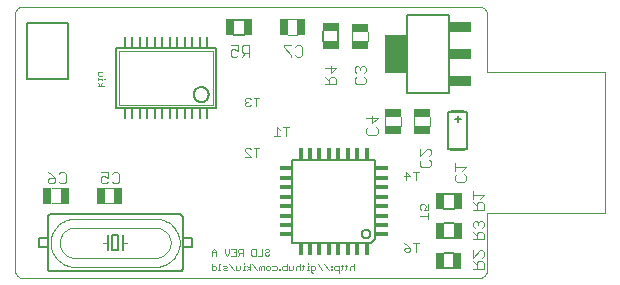
<source format=gbo>
G75*
G70*
%OFA0B0*%
%FSLAX24Y24*%
%IPPOS*%
%LPD*%
%AMOC8*
5,1,8,0,0,1.08239X$1,22.5*
%
%ADD10C,0.0000*%
%ADD11C,0.0020*%
%ADD12C,0.0040*%
%ADD13C,0.0060*%
%ADD14R,0.0180X0.0390*%
%ADD15R,0.0390X0.0180*%
%ADD16R,0.0295X0.0571*%
%ADD17C,0.0030*%
%ADD18R,0.0256X0.0551*%
%ADD19R,0.0571X0.0295*%
%ADD20C,0.0050*%
%ADD21R,0.0080X0.0330*%
%ADD22R,0.0551X0.0256*%
%ADD23C,0.0080*%
%ADD24R,0.0730X0.1260*%
%ADD25R,0.0730X0.0340*%
D10*
X000625Y000347D02*
X015816Y000347D01*
X015847Y000349D01*
X015878Y000354D01*
X015908Y000363D01*
X015937Y000375D01*
X015964Y000390D01*
X015989Y000408D01*
X016013Y000428D01*
X016033Y000452D01*
X016051Y000477D01*
X016066Y000504D01*
X016078Y000533D01*
X016087Y000563D01*
X016092Y000594D01*
X016094Y000625D01*
X016095Y000625D02*
X016095Y002512D01*
X020032Y002512D01*
X020032Y007237D01*
X016095Y007237D01*
X016095Y009124D01*
X016094Y009124D02*
X016092Y009155D01*
X016087Y009186D01*
X016078Y009216D01*
X016066Y009245D01*
X016051Y009272D01*
X016033Y009297D01*
X016013Y009321D01*
X015989Y009341D01*
X015964Y009359D01*
X015937Y009374D01*
X015908Y009386D01*
X015878Y009395D01*
X015847Y009400D01*
X015816Y009402D01*
X000625Y009402D01*
X000594Y009400D01*
X000563Y009395D01*
X000533Y009386D01*
X000504Y009374D01*
X000477Y009359D01*
X000452Y009341D01*
X000428Y009321D01*
X000408Y009297D01*
X000390Y009272D01*
X000375Y009245D01*
X000363Y009216D01*
X000354Y009186D01*
X000349Y009155D01*
X000347Y009124D01*
X000347Y000625D01*
X000349Y000594D01*
X000354Y000563D01*
X000363Y000533D01*
X000375Y000504D01*
X000390Y000477D01*
X000408Y000452D01*
X000428Y000428D01*
X000452Y000408D01*
X000477Y000390D01*
X000504Y000375D01*
X000533Y000363D01*
X000563Y000354D01*
X000594Y000349D01*
X000625Y000347D01*
D11*
X002343Y000728D02*
X005043Y000728D01*
X005043Y001028D02*
X002343Y001028D01*
X002305Y001029D01*
X002268Y001034D01*
X002231Y001041D01*
X002195Y001050D01*
X002159Y001063D01*
X002125Y001078D01*
X001682Y001978D02*
X001714Y002023D01*
X001750Y002065D01*
X001789Y002105D01*
X001831Y002142D01*
X001874Y002176D01*
X001921Y002207D01*
X001969Y002235D01*
X002019Y002259D01*
X002070Y002280D01*
X002123Y002297D01*
X002177Y002311D01*
X002232Y002320D01*
X002287Y002326D01*
X002343Y002328D01*
X005043Y002328D01*
X005043Y002028D02*
X002343Y002028D01*
X001682Y001978D02*
X001652Y001930D01*
X001625Y001881D01*
X001602Y001830D01*
X001583Y001777D01*
X001567Y001723D01*
X001555Y001668D01*
X001547Y001612D01*
X001543Y001556D01*
X001543Y001500D01*
X001547Y001444D01*
X001555Y001388D01*
X001567Y001333D01*
X001583Y001279D01*
X001602Y001226D01*
X001625Y001175D01*
X001652Y001126D01*
X001682Y001078D01*
X002125Y001978D02*
X002159Y001993D01*
X002195Y002006D01*
X002231Y002015D01*
X002268Y002022D01*
X002305Y002027D01*
X002343Y002028D01*
X002125Y001978D02*
X002087Y001958D01*
X002051Y001934D01*
X002017Y001907D01*
X001986Y001878D01*
X001957Y001846D01*
X001931Y001812D01*
X001908Y001775D01*
X001889Y001737D01*
X001872Y001697D01*
X001860Y001656D01*
X001850Y001614D01*
X001845Y001571D01*
X001843Y001528D01*
X001845Y001485D01*
X001850Y001442D01*
X001860Y001400D01*
X001872Y001359D01*
X001889Y001319D01*
X001908Y001281D01*
X001931Y001244D01*
X001957Y001210D01*
X001986Y001178D01*
X002017Y001149D01*
X002051Y001122D01*
X002087Y001098D01*
X002125Y001078D01*
X002343Y000728D02*
X002287Y000730D01*
X002232Y000736D01*
X002177Y000745D01*
X002123Y000759D01*
X002070Y000776D01*
X002019Y000797D01*
X001969Y000821D01*
X001921Y000849D01*
X001874Y000880D01*
X001830Y000914D01*
X001789Y000951D01*
X001750Y000991D01*
X001714Y001033D01*
X001682Y001078D01*
X003293Y001528D02*
X003443Y001528D01*
X003943Y001528D02*
X004093Y001528D01*
X005043Y002328D02*
X005099Y002326D01*
X005154Y002320D01*
X005209Y002311D01*
X005263Y002297D01*
X005316Y002280D01*
X005367Y002259D01*
X005417Y002235D01*
X005465Y002207D01*
X005512Y002176D01*
X005556Y002142D01*
X005597Y002105D01*
X005636Y002065D01*
X005672Y002023D01*
X005704Y001978D01*
X005704Y001078D02*
X005672Y001033D01*
X005636Y000991D01*
X005597Y000951D01*
X005555Y000914D01*
X005512Y000880D01*
X005465Y000849D01*
X005417Y000821D01*
X005367Y000797D01*
X005316Y000776D01*
X005263Y000759D01*
X005209Y000745D01*
X005154Y000736D01*
X005099Y000730D01*
X005043Y000728D01*
X005043Y001028D02*
X005081Y001029D01*
X005118Y001034D01*
X005155Y001041D01*
X005191Y001050D01*
X005227Y001063D01*
X005261Y001078D01*
X005261Y001978D02*
X005227Y001993D01*
X005191Y002006D01*
X005155Y002015D01*
X005118Y002022D01*
X005081Y002027D01*
X005043Y002028D01*
X005704Y001978D02*
X005734Y001930D01*
X005761Y001881D01*
X005784Y001830D01*
X005803Y001777D01*
X005819Y001723D01*
X005831Y001668D01*
X005839Y001612D01*
X005843Y001556D01*
X005843Y001500D01*
X005839Y001444D01*
X005831Y001388D01*
X005819Y001333D01*
X005803Y001279D01*
X005784Y001226D01*
X005761Y001175D01*
X005734Y001126D01*
X005704Y001078D01*
X005261Y001078D02*
X005299Y001098D01*
X005335Y001122D01*
X005369Y001149D01*
X005400Y001178D01*
X005429Y001210D01*
X005455Y001244D01*
X005478Y001281D01*
X005497Y001319D01*
X005514Y001359D01*
X005526Y001400D01*
X005536Y001442D01*
X005541Y001485D01*
X005543Y001528D01*
X005541Y001571D01*
X005536Y001614D01*
X005526Y001656D01*
X005514Y001697D01*
X005497Y001737D01*
X005478Y001775D01*
X005455Y001812D01*
X005429Y001846D01*
X005400Y001878D01*
X005369Y001907D01*
X005335Y001934D01*
X005299Y001958D01*
X005261Y001978D01*
X006907Y001248D02*
X006907Y001101D01*
X006907Y001211D02*
X007054Y001211D01*
X007054Y001248D02*
X006981Y001321D01*
X006907Y001248D01*
X007054Y001248D02*
X007054Y001101D01*
X007349Y001174D02*
X007349Y001321D01*
X007349Y001174D02*
X007422Y001101D01*
X007496Y001174D01*
X007496Y001321D01*
X007570Y001321D02*
X007717Y001321D01*
X007717Y001101D01*
X007570Y001101D01*
X007643Y001211D02*
X007717Y001211D01*
X007791Y001211D02*
X007791Y001285D01*
X007828Y001321D01*
X007938Y001321D01*
X007938Y001101D01*
X007938Y001174D02*
X007828Y001174D01*
X007791Y001211D01*
X007864Y001174D02*
X007791Y001101D01*
X008233Y001138D02*
X008233Y001285D01*
X008270Y001321D01*
X008380Y001321D01*
X008380Y001101D01*
X008270Y001101D01*
X008233Y001138D01*
X008454Y001101D02*
X008601Y001101D01*
X008601Y001321D01*
X008675Y001285D02*
X008712Y001321D01*
X008785Y001321D01*
X008822Y001285D01*
X008822Y001248D01*
X008785Y001211D01*
X008712Y001211D01*
X008675Y001174D01*
X008675Y001138D01*
X008712Y001101D01*
X008785Y001101D01*
X008822Y001138D01*
X008270Y000829D02*
X008417Y000609D01*
X008491Y000609D02*
X008491Y000719D01*
X008528Y000756D01*
X008564Y000719D01*
X008564Y000609D01*
X008638Y000609D02*
X008638Y000756D01*
X008601Y000756D01*
X008564Y000719D01*
X008712Y000719D02*
X008749Y000756D01*
X008822Y000756D01*
X008859Y000719D01*
X008859Y000646D01*
X008822Y000609D01*
X008749Y000609D01*
X008712Y000646D01*
X008712Y000719D01*
X008933Y000756D02*
X009043Y000756D01*
X009080Y000719D01*
X009080Y000646D01*
X009043Y000609D01*
X008933Y000609D01*
X009153Y000609D02*
X009190Y000609D01*
X009190Y000646D01*
X009153Y000646D01*
X009153Y000609D01*
X009264Y000646D02*
X009264Y000719D01*
X009301Y000756D01*
X009411Y000756D01*
X009411Y000829D02*
X009411Y000609D01*
X009301Y000609D01*
X009264Y000646D01*
X009485Y000609D02*
X009485Y000756D01*
X009485Y000609D02*
X009595Y000609D01*
X009632Y000646D01*
X009632Y000756D01*
X009706Y000719D02*
X009706Y000609D01*
X009706Y000719D02*
X009743Y000756D01*
X009816Y000756D01*
X009853Y000719D01*
X009927Y000756D02*
X010000Y000756D01*
X009964Y000792D02*
X009964Y000646D01*
X009927Y000609D01*
X009853Y000609D02*
X009853Y000829D01*
X010111Y000829D02*
X010111Y000866D01*
X010111Y000756D02*
X010111Y000609D01*
X010148Y000609D02*
X010074Y000609D01*
X010222Y000609D02*
X010332Y000609D01*
X010369Y000646D01*
X010369Y000719D01*
X010332Y000756D01*
X010222Y000756D01*
X010222Y000572D01*
X010259Y000536D01*
X010295Y000536D01*
X010590Y000609D02*
X010443Y000829D01*
X010664Y000829D02*
X010811Y000609D01*
X010885Y000609D02*
X010921Y000609D01*
X010921Y000646D01*
X010885Y000646D01*
X010885Y000609D01*
X010885Y000719D02*
X010921Y000719D01*
X010921Y000756D01*
X010885Y000756D01*
X010885Y000719D01*
X010995Y000719D02*
X010995Y000646D01*
X011032Y000609D01*
X011142Y000609D01*
X011142Y000536D02*
X011142Y000756D01*
X011032Y000756D01*
X010995Y000719D01*
X011216Y000756D02*
X011290Y000756D01*
X011253Y000792D02*
X011253Y000646D01*
X011216Y000609D01*
X011363Y000609D02*
X011400Y000646D01*
X011400Y000792D01*
X011437Y000756D02*
X011363Y000756D01*
X011511Y000719D02*
X011511Y000609D01*
X011511Y000719D02*
X011548Y000756D01*
X011621Y000756D01*
X011658Y000719D01*
X011658Y000829D02*
X011658Y000609D01*
X010148Y000756D02*
X010111Y000756D01*
X008196Y000829D02*
X008196Y000609D01*
X008196Y000682D02*
X008086Y000756D01*
X008012Y000756D02*
X007975Y000756D01*
X007975Y000609D01*
X008012Y000609D02*
X007938Y000609D01*
X007864Y000646D02*
X007828Y000609D01*
X007717Y000609D01*
X007717Y000756D01*
X007864Y000756D02*
X007864Y000646D01*
X007643Y000609D02*
X007496Y000829D01*
X007422Y000719D02*
X007386Y000756D01*
X007275Y000756D01*
X007312Y000682D02*
X007386Y000682D01*
X007422Y000719D01*
X007422Y000609D02*
X007312Y000609D01*
X007275Y000646D01*
X007312Y000682D01*
X007201Y000609D02*
X007128Y000609D01*
X007165Y000609D02*
X007165Y000829D01*
X007201Y000829D01*
X007054Y000719D02*
X007017Y000756D01*
X006907Y000756D01*
X006907Y000829D02*
X006907Y000609D01*
X007017Y000609D01*
X007054Y000646D01*
X007054Y000719D01*
X007975Y000829D02*
X007975Y000866D01*
X008086Y000609D02*
X008196Y000682D01*
X006962Y006120D02*
X003812Y006120D01*
X003812Y007920D01*
X006962Y007920D01*
X006962Y006120D01*
D12*
X003323Y006764D02*
X003123Y006764D01*
X003189Y006764D02*
X003256Y006865D01*
X003256Y006949D02*
X003256Y006982D01*
X003123Y006982D01*
X003123Y006949D02*
X003123Y007015D01*
X003156Y007096D02*
X003123Y007129D01*
X003123Y007229D01*
X003256Y007229D01*
X003256Y007096D02*
X003156Y007096D01*
X003323Y006982D02*
X003356Y006982D01*
X003123Y006865D02*
X003189Y006764D01*
X009449Y008453D02*
X009739Y008453D01*
X009749Y008973D02*
X009449Y008973D01*
X011603Y008568D02*
X011603Y008268D01*
X012122Y008268D02*
X012122Y008558D01*
X012685Y005713D02*
X012685Y005413D01*
X013205Y005413D02*
X013205Y005704D01*
X013670Y005713D02*
X013670Y005413D01*
X014189Y005413D02*
X014189Y005704D01*
X003646Y003363D02*
X003356Y003363D01*
X003346Y002843D02*
X003646Y002843D01*
X001865Y002843D02*
X001575Y002843D01*
X001575Y003363D02*
X001875Y003363D01*
D13*
X001543Y002478D02*
X005843Y002478D01*
X005860Y002476D01*
X005877Y002472D01*
X005893Y002465D01*
X005907Y002455D01*
X005920Y002442D01*
X005930Y002428D01*
X005937Y002412D01*
X005941Y002395D01*
X005943Y002378D01*
X005943Y001978D01*
X005943Y001678D01*
X006243Y001678D01*
X006243Y001378D01*
X005943Y001378D01*
X005943Y001678D01*
X005943Y001378D02*
X005943Y001078D01*
X005943Y000678D01*
X005941Y000661D01*
X005937Y000644D01*
X005930Y000628D01*
X005920Y000614D01*
X005907Y000601D01*
X005893Y000591D01*
X005877Y000584D01*
X005860Y000580D01*
X005843Y000578D01*
X001543Y000578D01*
X001526Y000580D01*
X001509Y000584D01*
X001493Y000591D01*
X001479Y000601D01*
X001466Y000614D01*
X001456Y000628D01*
X001449Y000644D01*
X001445Y000661D01*
X001443Y000678D01*
X001443Y001078D01*
X001443Y001978D01*
X001443Y002378D01*
X001445Y002395D01*
X001449Y002412D01*
X001456Y002428D01*
X001466Y002442D01*
X001479Y002455D01*
X001493Y002465D01*
X001509Y002472D01*
X001526Y002476D01*
X001543Y002478D01*
X001443Y001678D02*
X001143Y001678D01*
X001143Y001378D01*
X001443Y001378D01*
X003443Y001278D02*
X003443Y001528D01*
X003443Y001778D01*
X003593Y001778D02*
X003793Y001778D01*
X003793Y001278D01*
X003593Y001278D01*
X003593Y001778D01*
X003943Y001778D02*
X003943Y001528D01*
X003943Y001278D01*
X009597Y001526D02*
X012217Y001526D01*
X012357Y001666D01*
X012357Y004286D01*
X009597Y004286D01*
X009597Y001526D01*
X011916Y001826D02*
X011918Y001849D01*
X011924Y001872D01*
X011933Y001893D01*
X011946Y001913D01*
X011962Y001930D01*
X011980Y001944D01*
X012000Y001955D01*
X012022Y001963D01*
X012045Y001967D01*
X012069Y001967D01*
X012092Y001963D01*
X012114Y001955D01*
X012134Y001944D01*
X012152Y001930D01*
X012168Y001913D01*
X012181Y001893D01*
X012190Y001872D01*
X012196Y001849D01*
X012198Y001826D01*
X012196Y001803D01*
X012190Y001780D01*
X012181Y001759D01*
X012168Y001739D01*
X012152Y001722D01*
X012134Y001708D01*
X012114Y001697D01*
X012092Y001689D01*
X012069Y001685D01*
X012045Y001685D01*
X012022Y001689D01*
X012000Y001697D01*
X011980Y001708D01*
X011962Y001722D01*
X011946Y001739D01*
X011933Y001759D01*
X011924Y001780D01*
X011918Y001803D01*
X011916Y001826D01*
X014654Y001672D02*
X014977Y001672D01*
X014977Y001187D02*
X014654Y001187D01*
X014654Y000687D02*
X014977Y000687D01*
X014977Y002172D02*
X014654Y002172D01*
X014654Y002656D02*
X014977Y002656D01*
X014977Y003156D02*
X014654Y003156D01*
X014891Y004618D02*
X015331Y004618D01*
X015331Y005918D02*
X014891Y005918D01*
X011128Y008256D02*
X011128Y008579D01*
X010628Y008579D02*
X010628Y008256D01*
X007989Y008463D02*
X007666Y008463D01*
X007062Y008020D02*
X007062Y006020D01*
X003712Y006020D01*
X003712Y008020D01*
X007062Y008020D01*
X007666Y008963D02*
X007989Y008963D01*
X006312Y006470D02*
X006314Y006501D01*
X006320Y006532D01*
X006330Y006562D01*
X006343Y006590D01*
X006360Y006617D01*
X006380Y006641D01*
X006403Y006663D01*
X006428Y006681D01*
X006456Y006696D01*
X006485Y006708D01*
X006515Y006716D01*
X006546Y006720D01*
X006578Y006720D01*
X006609Y006716D01*
X006639Y006708D01*
X006668Y006696D01*
X006696Y006681D01*
X006721Y006663D01*
X006744Y006641D01*
X006764Y006617D01*
X006781Y006590D01*
X006794Y006562D01*
X006804Y006532D01*
X006810Y006501D01*
X006812Y006470D01*
X006810Y006439D01*
X006804Y006408D01*
X006794Y006378D01*
X006781Y006350D01*
X006764Y006323D01*
X006744Y006299D01*
X006721Y006277D01*
X006696Y006259D01*
X006668Y006244D01*
X006639Y006232D01*
X006609Y006224D01*
X006578Y006220D01*
X006546Y006220D01*
X006515Y006224D01*
X006485Y006232D01*
X006456Y006244D01*
X006428Y006259D01*
X006403Y006277D01*
X006380Y006299D01*
X006360Y006323D01*
X006343Y006350D01*
X006330Y006378D01*
X006320Y006408D01*
X006314Y006439D01*
X006312Y006470D01*
D14*
X009874Y004501D03*
X010189Y004501D03*
X010504Y004501D03*
X010819Y004501D03*
X011134Y004501D03*
X011449Y004501D03*
X011764Y004501D03*
X012079Y004501D03*
X012079Y001311D03*
X011764Y001311D03*
X011449Y001311D03*
X011134Y001311D03*
X010819Y001311D03*
X010504Y001311D03*
X010189Y001311D03*
X009874Y001311D03*
D15*
X009382Y001804D03*
X009382Y002119D03*
X009382Y002433D03*
X009382Y002748D03*
X009382Y003063D03*
X009382Y003378D03*
X009382Y003693D03*
X009382Y004008D03*
X012572Y004008D03*
X012572Y003693D03*
X012572Y003378D03*
X012572Y003063D03*
X012572Y002748D03*
X012572Y002433D03*
X012572Y002119D03*
X012572Y001804D03*
D16*
X003784Y003102D03*
X003214Y003102D03*
X002007Y003103D03*
X001437Y003103D03*
X009311Y008713D03*
X009881Y008713D03*
D17*
X009865Y008108D02*
X009742Y008108D01*
X009680Y008046D01*
X009558Y008108D02*
X009312Y008108D01*
X009312Y008046D01*
X009558Y007799D01*
X009558Y007737D01*
X009680Y007799D02*
X009742Y007737D01*
X009865Y007737D01*
X009927Y007799D01*
X009927Y008046D01*
X009865Y008108D01*
X010875Y007425D02*
X010875Y007179D01*
X011061Y007364D01*
X010690Y007364D01*
X010690Y007057D02*
X010814Y006934D01*
X010814Y006995D02*
X010814Y006810D01*
X010690Y006810D02*
X011061Y006810D01*
X011061Y006995D01*
X010999Y007057D01*
X010875Y007057D01*
X010814Y006995D01*
X011674Y006995D02*
X011674Y006872D01*
X011736Y006810D01*
X011983Y006810D01*
X012045Y006872D01*
X012045Y006995D01*
X011983Y007057D01*
X011983Y007179D02*
X012045Y007240D01*
X012045Y007364D01*
X011983Y007425D01*
X011921Y007425D01*
X011860Y007364D01*
X011798Y007425D01*
X011736Y007425D01*
X011674Y007364D01*
X011674Y007240D01*
X011736Y007179D01*
X011736Y007057D02*
X011674Y006995D01*
X011860Y007302D02*
X011860Y007364D01*
X012253Y005752D02*
X012253Y005505D01*
X012438Y005691D01*
X012068Y005691D01*
X012130Y005384D02*
X012068Y005322D01*
X012068Y005199D01*
X012130Y005137D01*
X012377Y005137D01*
X012438Y005199D01*
X012438Y005322D01*
X012377Y005384D01*
X013840Y004670D02*
X013840Y004423D01*
X014087Y004670D01*
X014148Y004670D01*
X014210Y004608D01*
X014210Y004484D01*
X014148Y004423D01*
X014148Y004301D02*
X014210Y004240D01*
X014210Y004116D01*
X014148Y004054D01*
X013902Y004054D01*
X013840Y004116D01*
X013840Y004240D01*
X013902Y004301D01*
X013816Y003900D02*
X013623Y003900D01*
X013719Y003900D02*
X013719Y003610D01*
X013521Y003755D02*
X013328Y003755D01*
X013376Y003610D02*
X013376Y003900D01*
X013521Y003755D01*
X015021Y003747D02*
X015021Y003624D01*
X015083Y003562D01*
X015330Y003562D01*
X015391Y003624D01*
X015391Y003747D01*
X015330Y003809D01*
X015268Y003931D02*
X015391Y004054D01*
X015021Y004054D01*
X015021Y003931D02*
X015021Y004177D01*
X015083Y003809D02*
X015021Y003747D01*
X015618Y003241D02*
X015618Y002994D01*
X015618Y002873D02*
X015741Y002749D01*
X015741Y002811D02*
X015741Y002626D01*
X015618Y002626D02*
X015988Y002626D01*
X015988Y002811D01*
X015926Y002873D01*
X015803Y002873D01*
X015741Y002811D01*
X015865Y002994D02*
X015988Y003117D01*
X015618Y003117D01*
X014136Y002819D02*
X014136Y002625D01*
X013991Y002625D01*
X014040Y002722D01*
X014040Y002770D01*
X013991Y002819D01*
X013894Y002819D01*
X013846Y002770D01*
X013846Y002673D01*
X013894Y002625D01*
X014136Y002524D02*
X014136Y002330D01*
X014136Y002427D02*
X013846Y002427D01*
X013815Y001513D02*
X013621Y001513D01*
X013718Y001513D02*
X013718Y001223D01*
X013520Y001271D02*
X013472Y001223D01*
X013375Y001223D01*
X013327Y001271D01*
X013327Y001320D01*
X013375Y001368D01*
X013520Y001368D01*
X013520Y001271D01*
X013520Y001368D02*
X013423Y001465D01*
X013327Y001513D01*
X015618Y001641D02*
X015988Y001641D01*
X015988Y001827D01*
X015926Y001888D01*
X015803Y001888D01*
X015741Y001827D01*
X015741Y001641D01*
X015741Y001765D02*
X015618Y001888D01*
X015679Y002010D02*
X015618Y002071D01*
X015618Y002195D01*
X015679Y002257D01*
X015741Y002257D01*
X015803Y002195D01*
X015803Y002133D01*
X015803Y002195D02*
X015865Y002257D01*
X015926Y002257D01*
X015988Y002195D01*
X015988Y002071D01*
X015926Y002010D01*
X015926Y001272D02*
X015865Y001272D01*
X015618Y001025D01*
X015618Y001272D01*
X015926Y001272D02*
X015988Y001211D01*
X015988Y001087D01*
X015926Y001025D01*
X015926Y000904D02*
X015803Y000904D01*
X015741Y000842D01*
X015741Y000657D01*
X015618Y000657D02*
X015988Y000657D01*
X015988Y000842D01*
X015926Y000904D01*
X015741Y000781D02*
X015618Y000904D01*
X008404Y004397D02*
X008404Y004688D01*
X008308Y004688D02*
X008501Y004688D01*
X008206Y004639D02*
X008158Y004688D01*
X008061Y004688D01*
X008013Y004639D01*
X008013Y004591D01*
X008206Y004397D01*
X008013Y004397D01*
X008997Y005086D02*
X009191Y005086D01*
X009094Y005086D02*
X009094Y005377D01*
X009191Y005280D01*
X009292Y005377D02*
X009485Y005377D01*
X009389Y005377D02*
X009389Y005086D01*
X008404Y006071D02*
X008404Y006361D01*
X008308Y006361D02*
X008501Y006361D01*
X008206Y006312D02*
X008158Y006361D01*
X008061Y006361D01*
X008013Y006312D01*
X008013Y006264D01*
X008061Y006216D01*
X008013Y006167D01*
X008013Y006119D01*
X008061Y006071D01*
X008158Y006071D01*
X008206Y006119D01*
X008110Y006216D02*
X008061Y006216D01*
X008155Y007737D02*
X008155Y008108D01*
X007970Y008108D01*
X007908Y008046D01*
X007908Y007923D01*
X007970Y007861D01*
X008155Y007861D01*
X008032Y007861D02*
X007908Y007737D01*
X007787Y007799D02*
X007725Y007737D01*
X007602Y007737D01*
X007540Y007799D01*
X007540Y007923D01*
X007602Y007984D01*
X007663Y007984D01*
X007787Y007923D01*
X007787Y008108D01*
X007540Y008108D01*
X003763Y003875D02*
X003639Y003875D01*
X003578Y003814D01*
X003456Y003875D02*
X003456Y003690D01*
X003333Y003752D01*
X003271Y003752D01*
X003209Y003690D01*
X003209Y003567D01*
X003271Y003505D01*
X003394Y003505D01*
X003456Y003567D01*
X003578Y003567D02*
X003639Y003505D01*
X003763Y003505D01*
X003824Y003567D01*
X003824Y003814D01*
X003763Y003875D01*
X003456Y003875D02*
X003209Y003875D01*
X002053Y003814D02*
X002053Y003567D01*
X001991Y003505D01*
X001868Y003505D01*
X001806Y003567D01*
X001684Y003567D02*
X001623Y003505D01*
X001499Y003505D01*
X001438Y003567D01*
X001438Y003629D01*
X001499Y003690D01*
X001684Y003690D01*
X001684Y003567D01*
X001684Y003690D02*
X001561Y003814D01*
X001438Y003875D01*
X001806Y003814D02*
X001868Y003875D01*
X001991Y003875D01*
X002053Y003814D01*
D18*
X007535Y008712D03*
X008115Y008712D03*
X014527Y002906D03*
X015107Y002906D03*
X015107Y001922D03*
X014527Y001922D03*
X014523Y000937D03*
X015103Y000937D03*
D19*
X013929Y005276D03*
X013929Y005846D03*
X012945Y005846D03*
X012945Y005276D03*
X011862Y008130D03*
X011862Y008700D03*
D20*
X002119Y008851D02*
X002119Y007000D01*
X000741Y007000D01*
X000741Y008851D01*
X002119Y008851D01*
D21*
X004012Y008205D03*
X004262Y008205D03*
X004512Y008205D03*
X004762Y008205D03*
X005012Y008205D03*
X005262Y008205D03*
X005512Y008205D03*
X005762Y008205D03*
X006012Y008205D03*
X006262Y008205D03*
X006512Y008205D03*
X006762Y008205D03*
X006762Y005835D03*
X006512Y005835D03*
X006262Y005835D03*
X006012Y005835D03*
X005762Y005835D03*
X005512Y005835D03*
X005262Y005835D03*
X005012Y005835D03*
X004762Y005835D03*
X004512Y005835D03*
X004262Y005835D03*
X004012Y005835D03*
D22*
X010879Y008126D03*
X010879Y008706D03*
D23*
X013426Y009117D02*
X013426Y006537D01*
X014826Y006537D01*
X014826Y009117D01*
X013426Y009117D01*
X014796Y005872D02*
X014796Y004664D01*
X015425Y004664D01*
X015425Y005872D01*
X014796Y005872D01*
X015111Y005764D02*
X015111Y005544D01*
X015008Y005650D02*
X015229Y005650D01*
D24*
X013051Y007827D03*
X013051Y007827D03*
D25*
X015201Y007827D03*
X015201Y007827D03*
X015201Y008737D03*
X015201Y008737D03*
X015201Y006917D03*
X015201Y006917D03*
M02*

</source>
